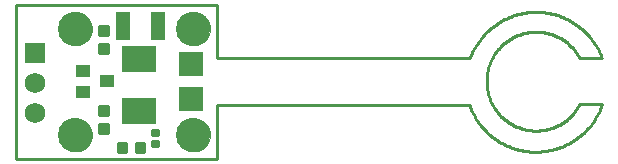
<source format=gts>
G75*
%MOIN*%
%OFA0B0*%
%FSLAX25Y25*%
%IPPOS*%
%LPD*%
%AMOC8*
5,1,8,0,0,1.08239X$1,22.5*
%
%ADD10C,0.01000*%
%ADD11C,0.00000*%
%ADD12C,0.11424*%
%ADD13C,0.01450*%
%ADD14R,0.04900X0.09400*%
%ADD15R,0.11199X0.08900*%
%ADD16R,0.04900X0.04400*%
%ADD17C,0.00975*%
%ADD18R,0.08274X0.08274*%
%ADD19R,0.06900X0.06900*%
%ADD20C,0.06900*%
D10*
X0024642Y0084477D02*
X0024642Y0135658D01*
X0091571Y0135658D01*
X0091571Y0117942D01*
X0175823Y0117942D01*
X0175823Y0102194D02*
X0091571Y0102194D01*
X0091571Y0084477D01*
X0024642Y0084477D01*
X0175744Y0102233D02*
X0175944Y0101697D01*
X0176157Y0101167D01*
X0176383Y0100642D01*
X0176622Y0100123D01*
X0176874Y0099610D01*
X0177138Y0099103D01*
X0177414Y0098603D01*
X0177703Y0098109D01*
X0178003Y0097623D01*
X0178315Y0097144D01*
X0178639Y0096673D01*
X0178974Y0096210D01*
X0179321Y0095756D01*
X0179678Y0095310D01*
X0180046Y0094872D01*
X0180425Y0094444D01*
X0180814Y0094026D01*
X0181213Y0093617D01*
X0181622Y0093217D01*
X0182041Y0092828D01*
X0182469Y0092450D01*
X0182906Y0092081D01*
X0183352Y0091724D01*
X0183807Y0091378D01*
X0184270Y0091042D01*
X0184741Y0090719D01*
X0185219Y0090406D01*
X0185705Y0090106D01*
X0186199Y0089817D01*
X0186699Y0089541D01*
X0187206Y0089277D01*
X0187719Y0089025D01*
X0188238Y0088786D01*
X0188763Y0088560D01*
X0189294Y0088347D01*
X0189829Y0088146D01*
X0190369Y0087959D01*
X0190913Y0087785D01*
X0191462Y0087624D01*
X0192014Y0087477D01*
X0192570Y0087343D01*
X0193128Y0087223D01*
X0193690Y0087117D01*
X0194254Y0087024D01*
X0194820Y0086945D01*
X0195388Y0086880D01*
X0195957Y0086829D01*
X0196527Y0086792D01*
X0197099Y0086769D01*
X0197670Y0086759D01*
X0198242Y0086764D01*
X0198813Y0086782D01*
X0199383Y0086815D01*
X0199953Y0086861D01*
X0200521Y0086921D01*
X0201088Y0086996D01*
X0201653Y0087084D01*
X0202215Y0087185D01*
X0202775Y0087301D01*
X0203332Y0087430D01*
X0203885Y0087572D01*
X0204435Y0087728D01*
X0204981Y0087898D01*
X0205523Y0088081D01*
X0206059Y0088276D01*
X0206591Y0088485D01*
X0207118Y0088707D01*
X0207639Y0088942D01*
X0208155Y0089189D01*
X0208664Y0089449D01*
X0209166Y0089721D01*
X0209662Y0090006D01*
X0210151Y0090302D01*
X0210632Y0090610D01*
X0211106Y0090930D01*
X0211572Y0091261D01*
X0212029Y0091604D01*
X0212478Y0091958D01*
X0212918Y0092322D01*
X0213349Y0092697D01*
X0213771Y0093083D01*
X0214184Y0093479D01*
X0214586Y0093884D01*
X0214979Y0094300D01*
X0215361Y0094725D01*
X0215733Y0095159D01*
X0216094Y0095602D01*
X0216444Y0096053D01*
X0216783Y0096514D01*
X0217111Y0096982D01*
X0217427Y0097458D01*
X0217732Y0097942D01*
X0218024Y0098433D01*
X0218305Y0098931D01*
X0218573Y0099435D01*
X0218829Y0099946D01*
X0219072Y0100464D01*
X0219303Y0100987D01*
X0219520Y0101515D01*
X0219725Y0102049D01*
X0219917Y0102587D01*
X0219839Y0102587D02*
X0212437Y0102548D01*
X0219917Y0117942D02*
X0219714Y0118477D01*
X0219497Y0119008D01*
X0219268Y0119532D01*
X0219026Y0120052D01*
X0218771Y0120565D01*
X0218504Y0121071D01*
X0218225Y0121571D01*
X0217933Y0122065D01*
X0217630Y0122550D01*
X0217315Y0123029D01*
X0216988Y0123499D01*
X0216650Y0123961D01*
X0216300Y0124415D01*
X0215940Y0124861D01*
X0215569Y0125297D01*
X0215187Y0125724D01*
X0214796Y0126142D01*
X0214394Y0126550D01*
X0213982Y0126948D01*
X0213560Y0127336D01*
X0213130Y0127714D01*
X0212690Y0128081D01*
X0212241Y0128437D01*
X0211784Y0128782D01*
X0211319Y0129116D01*
X0210845Y0129438D01*
X0210364Y0129749D01*
X0209875Y0130047D01*
X0209380Y0130334D01*
X0208877Y0130609D01*
X0208368Y0130871D01*
X0207852Y0131121D01*
X0207331Y0131358D01*
X0206804Y0131583D01*
X0206272Y0131794D01*
X0205734Y0131993D01*
X0205192Y0132178D01*
X0204646Y0132350D01*
X0204095Y0132509D01*
X0203541Y0132654D01*
X0202984Y0132785D01*
X0202423Y0132903D01*
X0201860Y0133007D01*
X0201295Y0133098D01*
X0200727Y0133175D01*
X0200158Y0133237D01*
X0199587Y0133286D01*
X0199015Y0133321D01*
X0198443Y0133342D01*
X0197870Y0133349D01*
X0197297Y0133342D01*
X0196725Y0133321D01*
X0196153Y0133286D01*
X0195582Y0133237D01*
X0195013Y0133175D01*
X0194445Y0133098D01*
X0193880Y0133007D01*
X0193317Y0132903D01*
X0192756Y0132785D01*
X0192199Y0132654D01*
X0191645Y0132509D01*
X0191094Y0132350D01*
X0190548Y0132178D01*
X0190006Y0131993D01*
X0189468Y0131794D01*
X0188936Y0131583D01*
X0188409Y0131358D01*
X0187888Y0131121D01*
X0187372Y0130871D01*
X0186863Y0130609D01*
X0186360Y0130334D01*
X0185865Y0130047D01*
X0185376Y0129749D01*
X0184895Y0129438D01*
X0184421Y0129116D01*
X0183956Y0128782D01*
X0183499Y0128437D01*
X0183050Y0128081D01*
X0182610Y0127714D01*
X0182180Y0127336D01*
X0181758Y0126948D01*
X0181346Y0126550D01*
X0180944Y0126142D01*
X0180553Y0125724D01*
X0180171Y0125297D01*
X0179800Y0124861D01*
X0179440Y0124415D01*
X0179090Y0123961D01*
X0178752Y0123499D01*
X0178425Y0123029D01*
X0178110Y0122550D01*
X0177807Y0122065D01*
X0177515Y0121571D01*
X0177236Y0121071D01*
X0176969Y0120565D01*
X0176714Y0120052D01*
X0176472Y0119532D01*
X0176243Y0119008D01*
X0176026Y0118477D01*
X0175823Y0117942D01*
X0212437Y0117942D02*
X0212244Y0118296D01*
X0212044Y0118646D01*
X0211834Y0118990D01*
X0211616Y0119330D01*
X0211390Y0119663D01*
X0211156Y0119992D01*
X0210914Y0120314D01*
X0210664Y0120630D01*
X0210406Y0120940D01*
X0210141Y0121244D01*
X0209869Y0121541D01*
X0209589Y0121832D01*
X0209303Y0122115D01*
X0209009Y0122391D01*
X0208709Y0122661D01*
X0208402Y0122922D01*
X0208089Y0123176D01*
X0207770Y0123423D01*
X0207445Y0123661D01*
X0207114Y0123891D01*
X0206778Y0124114D01*
X0206436Y0124328D01*
X0206089Y0124533D01*
X0205737Y0124730D01*
X0205381Y0124918D01*
X0205020Y0125098D01*
X0204655Y0125268D01*
X0204285Y0125430D01*
X0203912Y0125582D01*
X0203535Y0125726D01*
X0203155Y0125860D01*
X0202772Y0125985D01*
X0202385Y0126100D01*
X0201996Y0126206D01*
X0201605Y0126302D01*
X0201211Y0126388D01*
X0200815Y0126465D01*
X0200418Y0126533D01*
X0200019Y0126590D01*
X0199618Y0126638D01*
X0199217Y0126676D01*
X0198815Y0126704D01*
X0198412Y0126722D01*
X0198009Y0126730D01*
X0197606Y0126729D01*
X0197203Y0126717D01*
X0196800Y0126696D01*
X0196398Y0126665D01*
X0195997Y0126624D01*
X0195597Y0126573D01*
X0195199Y0126513D01*
X0194802Y0126443D01*
X0194407Y0126363D01*
X0194014Y0126273D01*
X0193623Y0126174D01*
X0193235Y0126065D01*
X0192849Y0125947D01*
X0192467Y0125819D01*
X0192088Y0125682D01*
X0191712Y0125536D01*
X0191340Y0125381D01*
X0190972Y0125216D01*
X0190608Y0125043D01*
X0190248Y0124861D01*
X0189893Y0124670D01*
X0189543Y0124470D01*
X0189198Y0124262D01*
X0188858Y0124046D01*
X0188523Y0123821D01*
X0188194Y0123588D01*
X0187871Y0123347D01*
X0187553Y0123098D01*
X0187242Y0122842D01*
X0186937Y0122578D01*
X0186639Y0122307D01*
X0186348Y0122028D01*
X0186063Y0121742D01*
X0185786Y0121450D01*
X0185516Y0121151D01*
X0185253Y0120845D01*
X0184998Y0120533D01*
X0184750Y0120215D01*
X0184510Y0119891D01*
X0184279Y0119561D01*
X0184055Y0119225D01*
X0183840Y0118884D01*
X0183633Y0118538D01*
X0183435Y0118187D01*
X0183245Y0117831D01*
X0183065Y0117471D01*
X0182893Y0117106D01*
X0182730Y0116738D01*
X0182576Y0116365D01*
X0182431Y0115989D01*
X0182295Y0115609D01*
X0182169Y0115226D01*
X0182052Y0114840D01*
X0181945Y0114452D01*
X0181847Y0114061D01*
X0181759Y0113667D01*
X0181681Y0113272D01*
X0181612Y0112874D01*
X0181553Y0112476D01*
X0181504Y0112076D01*
X0181464Y0111674D01*
X0181435Y0111272D01*
X0181415Y0110870D01*
X0181405Y0110467D01*
X0181405Y0110063D01*
X0181415Y0109660D01*
X0181435Y0109258D01*
X0181464Y0108856D01*
X0181504Y0108454D01*
X0181553Y0108054D01*
X0181612Y0107656D01*
X0181681Y0107258D01*
X0181759Y0106863D01*
X0181847Y0106469D01*
X0181945Y0106078D01*
X0182052Y0105690D01*
X0182169Y0105304D01*
X0182295Y0104921D01*
X0182431Y0104541D01*
X0182576Y0104165D01*
X0182730Y0103792D01*
X0182893Y0103424D01*
X0183065Y0103059D01*
X0183245Y0102699D01*
X0183435Y0102343D01*
X0183633Y0101992D01*
X0183840Y0101646D01*
X0184055Y0101305D01*
X0184279Y0100969D01*
X0184510Y0100639D01*
X0184750Y0100315D01*
X0184998Y0099997D01*
X0185253Y0099685D01*
X0185516Y0099379D01*
X0185786Y0099080D01*
X0186063Y0098788D01*
X0186348Y0098502D01*
X0186639Y0098223D01*
X0186937Y0097952D01*
X0187242Y0097688D01*
X0187553Y0097432D01*
X0187871Y0097183D01*
X0188194Y0096942D01*
X0188523Y0096709D01*
X0188858Y0096484D01*
X0189198Y0096268D01*
X0189543Y0096060D01*
X0189893Y0095860D01*
X0190248Y0095669D01*
X0190608Y0095487D01*
X0190972Y0095314D01*
X0191340Y0095149D01*
X0191712Y0094994D01*
X0192088Y0094848D01*
X0192467Y0094711D01*
X0192849Y0094583D01*
X0193235Y0094465D01*
X0193623Y0094356D01*
X0194014Y0094257D01*
X0194407Y0094167D01*
X0194802Y0094087D01*
X0195199Y0094017D01*
X0195597Y0093957D01*
X0195997Y0093906D01*
X0196398Y0093865D01*
X0196800Y0093834D01*
X0197203Y0093813D01*
X0197606Y0093801D01*
X0198009Y0093800D01*
X0198412Y0093808D01*
X0198815Y0093826D01*
X0199217Y0093854D01*
X0199618Y0093892D01*
X0200019Y0093940D01*
X0200418Y0093997D01*
X0200815Y0094065D01*
X0201211Y0094142D01*
X0201605Y0094228D01*
X0201996Y0094324D01*
X0202385Y0094430D01*
X0202772Y0094545D01*
X0203155Y0094670D01*
X0203535Y0094804D01*
X0203912Y0094948D01*
X0204285Y0095100D01*
X0204655Y0095262D01*
X0205020Y0095432D01*
X0205381Y0095612D01*
X0205737Y0095800D01*
X0206089Y0095997D01*
X0206436Y0096202D01*
X0206778Y0096416D01*
X0207114Y0096639D01*
X0207445Y0096869D01*
X0207770Y0097107D01*
X0208089Y0097354D01*
X0208402Y0097608D01*
X0208709Y0097869D01*
X0209009Y0098139D01*
X0209303Y0098415D01*
X0209589Y0098698D01*
X0209869Y0098989D01*
X0210141Y0099286D01*
X0210406Y0099590D01*
X0210664Y0099900D01*
X0210914Y0100216D01*
X0211156Y0100538D01*
X0211390Y0100867D01*
X0211616Y0101200D01*
X0211834Y0101540D01*
X0212044Y0101884D01*
X0212244Y0102234D01*
X0212437Y0102588D01*
X0212437Y0117942D02*
X0219917Y0117942D01*
D11*
X0078185Y0127784D02*
X0078187Y0127932D01*
X0078193Y0128080D01*
X0078203Y0128228D01*
X0078217Y0128375D01*
X0078235Y0128522D01*
X0078256Y0128668D01*
X0078282Y0128814D01*
X0078312Y0128959D01*
X0078345Y0129103D01*
X0078383Y0129246D01*
X0078424Y0129388D01*
X0078469Y0129529D01*
X0078517Y0129669D01*
X0078570Y0129808D01*
X0078626Y0129945D01*
X0078686Y0130080D01*
X0078749Y0130214D01*
X0078816Y0130346D01*
X0078887Y0130476D01*
X0078961Y0130604D01*
X0079038Y0130730D01*
X0079119Y0130854D01*
X0079203Y0130976D01*
X0079290Y0131095D01*
X0079381Y0131212D01*
X0079475Y0131327D01*
X0079571Y0131439D01*
X0079671Y0131549D01*
X0079773Y0131655D01*
X0079879Y0131759D01*
X0079987Y0131860D01*
X0080098Y0131958D01*
X0080211Y0132054D01*
X0080327Y0132146D01*
X0080445Y0132235D01*
X0080566Y0132320D01*
X0080689Y0132403D01*
X0080814Y0132482D01*
X0080941Y0132558D01*
X0081070Y0132630D01*
X0081201Y0132699D01*
X0081334Y0132764D01*
X0081469Y0132825D01*
X0081605Y0132883D01*
X0081742Y0132938D01*
X0081881Y0132988D01*
X0082022Y0133035D01*
X0082163Y0133078D01*
X0082306Y0133118D01*
X0082450Y0133153D01*
X0082594Y0133185D01*
X0082740Y0133212D01*
X0082886Y0133236D01*
X0083033Y0133256D01*
X0083180Y0133272D01*
X0083327Y0133284D01*
X0083475Y0133292D01*
X0083623Y0133296D01*
X0083771Y0133296D01*
X0083919Y0133292D01*
X0084067Y0133284D01*
X0084214Y0133272D01*
X0084361Y0133256D01*
X0084508Y0133236D01*
X0084654Y0133212D01*
X0084800Y0133185D01*
X0084944Y0133153D01*
X0085088Y0133118D01*
X0085231Y0133078D01*
X0085372Y0133035D01*
X0085513Y0132988D01*
X0085652Y0132938D01*
X0085789Y0132883D01*
X0085925Y0132825D01*
X0086060Y0132764D01*
X0086193Y0132699D01*
X0086324Y0132630D01*
X0086453Y0132558D01*
X0086580Y0132482D01*
X0086705Y0132403D01*
X0086828Y0132320D01*
X0086949Y0132235D01*
X0087067Y0132146D01*
X0087183Y0132054D01*
X0087296Y0131958D01*
X0087407Y0131860D01*
X0087515Y0131759D01*
X0087621Y0131655D01*
X0087723Y0131549D01*
X0087823Y0131439D01*
X0087919Y0131327D01*
X0088013Y0131212D01*
X0088104Y0131095D01*
X0088191Y0130976D01*
X0088275Y0130854D01*
X0088356Y0130730D01*
X0088433Y0130604D01*
X0088507Y0130476D01*
X0088578Y0130346D01*
X0088645Y0130214D01*
X0088708Y0130080D01*
X0088768Y0129945D01*
X0088824Y0129808D01*
X0088877Y0129669D01*
X0088925Y0129529D01*
X0088970Y0129388D01*
X0089011Y0129246D01*
X0089049Y0129103D01*
X0089082Y0128959D01*
X0089112Y0128814D01*
X0089138Y0128668D01*
X0089159Y0128522D01*
X0089177Y0128375D01*
X0089191Y0128228D01*
X0089201Y0128080D01*
X0089207Y0127932D01*
X0089209Y0127784D01*
X0089207Y0127636D01*
X0089201Y0127488D01*
X0089191Y0127340D01*
X0089177Y0127193D01*
X0089159Y0127046D01*
X0089138Y0126900D01*
X0089112Y0126754D01*
X0089082Y0126609D01*
X0089049Y0126465D01*
X0089011Y0126322D01*
X0088970Y0126180D01*
X0088925Y0126039D01*
X0088877Y0125899D01*
X0088824Y0125760D01*
X0088768Y0125623D01*
X0088708Y0125488D01*
X0088645Y0125354D01*
X0088578Y0125222D01*
X0088507Y0125092D01*
X0088433Y0124964D01*
X0088356Y0124838D01*
X0088275Y0124714D01*
X0088191Y0124592D01*
X0088104Y0124473D01*
X0088013Y0124356D01*
X0087919Y0124241D01*
X0087823Y0124129D01*
X0087723Y0124019D01*
X0087621Y0123913D01*
X0087515Y0123809D01*
X0087407Y0123708D01*
X0087296Y0123610D01*
X0087183Y0123514D01*
X0087067Y0123422D01*
X0086949Y0123333D01*
X0086828Y0123248D01*
X0086705Y0123165D01*
X0086580Y0123086D01*
X0086453Y0123010D01*
X0086324Y0122938D01*
X0086193Y0122869D01*
X0086060Y0122804D01*
X0085925Y0122743D01*
X0085789Y0122685D01*
X0085652Y0122630D01*
X0085513Y0122580D01*
X0085372Y0122533D01*
X0085231Y0122490D01*
X0085088Y0122450D01*
X0084944Y0122415D01*
X0084800Y0122383D01*
X0084654Y0122356D01*
X0084508Y0122332D01*
X0084361Y0122312D01*
X0084214Y0122296D01*
X0084067Y0122284D01*
X0083919Y0122276D01*
X0083771Y0122272D01*
X0083623Y0122272D01*
X0083475Y0122276D01*
X0083327Y0122284D01*
X0083180Y0122296D01*
X0083033Y0122312D01*
X0082886Y0122332D01*
X0082740Y0122356D01*
X0082594Y0122383D01*
X0082450Y0122415D01*
X0082306Y0122450D01*
X0082163Y0122490D01*
X0082022Y0122533D01*
X0081881Y0122580D01*
X0081742Y0122630D01*
X0081605Y0122685D01*
X0081469Y0122743D01*
X0081334Y0122804D01*
X0081201Y0122869D01*
X0081070Y0122938D01*
X0080941Y0123010D01*
X0080814Y0123086D01*
X0080689Y0123165D01*
X0080566Y0123248D01*
X0080445Y0123333D01*
X0080327Y0123422D01*
X0080211Y0123514D01*
X0080098Y0123610D01*
X0079987Y0123708D01*
X0079879Y0123809D01*
X0079773Y0123913D01*
X0079671Y0124019D01*
X0079571Y0124129D01*
X0079475Y0124241D01*
X0079381Y0124356D01*
X0079290Y0124473D01*
X0079203Y0124592D01*
X0079119Y0124714D01*
X0079038Y0124838D01*
X0078961Y0124964D01*
X0078887Y0125092D01*
X0078816Y0125222D01*
X0078749Y0125354D01*
X0078686Y0125488D01*
X0078626Y0125623D01*
X0078570Y0125760D01*
X0078517Y0125899D01*
X0078469Y0126039D01*
X0078424Y0126180D01*
X0078383Y0126322D01*
X0078345Y0126465D01*
X0078312Y0126609D01*
X0078282Y0126754D01*
X0078256Y0126900D01*
X0078235Y0127046D01*
X0078217Y0127193D01*
X0078203Y0127340D01*
X0078193Y0127488D01*
X0078187Y0127636D01*
X0078185Y0127784D01*
X0038815Y0127784D02*
X0038817Y0127932D01*
X0038823Y0128080D01*
X0038833Y0128228D01*
X0038847Y0128375D01*
X0038865Y0128522D01*
X0038886Y0128668D01*
X0038912Y0128814D01*
X0038942Y0128959D01*
X0038975Y0129103D01*
X0039013Y0129246D01*
X0039054Y0129388D01*
X0039099Y0129529D01*
X0039147Y0129669D01*
X0039200Y0129808D01*
X0039256Y0129945D01*
X0039316Y0130080D01*
X0039379Y0130214D01*
X0039446Y0130346D01*
X0039517Y0130476D01*
X0039591Y0130604D01*
X0039668Y0130730D01*
X0039749Y0130854D01*
X0039833Y0130976D01*
X0039920Y0131095D01*
X0040011Y0131212D01*
X0040105Y0131327D01*
X0040201Y0131439D01*
X0040301Y0131549D01*
X0040403Y0131655D01*
X0040509Y0131759D01*
X0040617Y0131860D01*
X0040728Y0131958D01*
X0040841Y0132054D01*
X0040957Y0132146D01*
X0041075Y0132235D01*
X0041196Y0132320D01*
X0041319Y0132403D01*
X0041444Y0132482D01*
X0041571Y0132558D01*
X0041700Y0132630D01*
X0041831Y0132699D01*
X0041964Y0132764D01*
X0042099Y0132825D01*
X0042235Y0132883D01*
X0042372Y0132938D01*
X0042511Y0132988D01*
X0042652Y0133035D01*
X0042793Y0133078D01*
X0042936Y0133118D01*
X0043080Y0133153D01*
X0043224Y0133185D01*
X0043370Y0133212D01*
X0043516Y0133236D01*
X0043663Y0133256D01*
X0043810Y0133272D01*
X0043957Y0133284D01*
X0044105Y0133292D01*
X0044253Y0133296D01*
X0044401Y0133296D01*
X0044549Y0133292D01*
X0044697Y0133284D01*
X0044844Y0133272D01*
X0044991Y0133256D01*
X0045138Y0133236D01*
X0045284Y0133212D01*
X0045430Y0133185D01*
X0045574Y0133153D01*
X0045718Y0133118D01*
X0045861Y0133078D01*
X0046002Y0133035D01*
X0046143Y0132988D01*
X0046282Y0132938D01*
X0046419Y0132883D01*
X0046555Y0132825D01*
X0046690Y0132764D01*
X0046823Y0132699D01*
X0046954Y0132630D01*
X0047083Y0132558D01*
X0047210Y0132482D01*
X0047335Y0132403D01*
X0047458Y0132320D01*
X0047579Y0132235D01*
X0047697Y0132146D01*
X0047813Y0132054D01*
X0047926Y0131958D01*
X0048037Y0131860D01*
X0048145Y0131759D01*
X0048251Y0131655D01*
X0048353Y0131549D01*
X0048453Y0131439D01*
X0048549Y0131327D01*
X0048643Y0131212D01*
X0048734Y0131095D01*
X0048821Y0130976D01*
X0048905Y0130854D01*
X0048986Y0130730D01*
X0049063Y0130604D01*
X0049137Y0130476D01*
X0049208Y0130346D01*
X0049275Y0130214D01*
X0049338Y0130080D01*
X0049398Y0129945D01*
X0049454Y0129808D01*
X0049507Y0129669D01*
X0049555Y0129529D01*
X0049600Y0129388D01*
X0049641Y0129246D01*
X0049679Y0129103D01*
X0049712Y0128959D01*
X0049742Y0128814D01*
X0049768Y0128668D01*
X0049789Y0128522D01*
X0049807Y0128375D01*
X0049821Y0128228D01*
X0049831Y0128080D01*
X0049837Y0127932D01*
X0049839Y0127784D01*
X0049837Y0127636D01*
X0049831Y0127488D01*
X0049821Y0127340D01*
X0049807Y0127193D01*
X0049789Y0127046D01*
X0049768Y0126900D01*
X0049742Y0126754D01*
X0049712Y0126609D01*
X0049679Y0126465D01*
X0049641Y0126322D01*
X0049600Y0126180D01*
X0049555Y0126039D01*
X0049507Y0125899D01*
X0049454Y0125760D01*
X0049398Y0125623D01*
X0049338Y0125488D01*
X0049275Y0125354D01*
X0049208Y0125222D01*
X0049137Y0125092D01*
X0049063Y0124964D01*
X0048986Y0124838D01*
X0048905Y0124714D01*
X0048821Y0124592D01*
X0048734Y0124473D01*
X0048643Y0124356D01*
X0048549Y0124241D01*
X0048453Y0124129D01*
X0048353Y0124019D01*
X0048251Y0123913D01*
X0048145Y0123809D01*
X0048037Y0123708D01*
X0047926Y0123610D01*
X0047813Y0123514D01*
X0047697Y0123422D01*
X0047579Y0123333D01*
X0047458Y0123248D01*
X0047335Y0123165D01*
X0047210Y0123086D01*
X0047083Y0123010D01*
X0046954Y0122938D01*
X0046823Y0122869D01*
X0046690Y0122804D01*
X0046555Y0122743D01*
X0046419Y0122685D01*
X0046282Y0122630D01*
X0046143Y0122580D01*
X0046002Y0122533D01*
X0045861Y0122490D01*
X0045718Y0122450D01*
X0045574Y0122415D01*
X0045430Y0122383D01*
X0045284Y0122356D01*
X0045138Y0122332D01*
X0044991Y0122312D01*
X0044844Y0122296D01*
X0044697Y0122284D01*
X0044549Y0122276D01*
X0044401Y0122272D01*
X0044253Y0122272D01*
X0044105Y0122276D01*
X0043957Y0122284D01*
X0043810Y0122296D01*
X0043663Y0122312D01*
X0043516Y0122332D01*
X0043370Y0122356D01*
X0043224Y0122383D01*
X0043080Y0122415D01*
X0042936Y0122450D01*
X0042793Y0122490D01*
X0042652Y0122533D01*
X0042511Y0122580D01*
X0042372Y0122630D01*
X0042235Y0122685D01*
X0042099Y0122743D01*
X0041964Y0122804D01*
X0041831Y0122869D01*
X0041700Y0122938D01*
X0041571Y0123010D01*
X0041444Y0123086D01*
X0041319Y0123165D01*
X0041196Y0123248D01*
X0041075Y0123333D01*
X0040957Y0123422D01*
X0040841Y0123514D01*
X0040728Y0123610D01*
X0040617Y0123708D01*
X0040509Y0123809D01*
X0040403Y0123913D01*
X0040301Y0124019D01*
X0040201Y0124129D01*
X0040105Y0124241D01*
X0040011Y0124356D01*
X0039920Y0124473D01*
X0039833Y0124592D01*
X0039749Y0124714D01*
X0039668Y0124838D01*
X0039591Y0124964D01*
X0039517Y0125092D01*
X0039446Y0125222D01*
X0039379Y0125354D01*
X0039316Y0125488D01*
X0039256Y0125623D01*
X0039200Y0125760D01*
X0039147Y0125899D01*
X0039099Y0126039D01*
X0039054Y0126180D01*
X0039013Y0126322D01*
X0038975Y0126465D01*
X0038942Y0126609D01*
X0038912Y0126754D01*
X0038886Y0126900D01*
X0038865Y0127046D01*
X0038847Y0127193D01*
X0038833Y0127340D01*
X0038823Y0127488D01*
X0038817Y0127636D01*
X0038815Y0127784D01*
X0038815Y0092351D02*
X0038817Y0092499D01*
X0038823Y0092647D01*
X0038833Y0092795D01*
X0038847Y0092942D01*
X0038865Y0093089D01*
X0038886Y0093235D01*
X0038912Y0093381D01*
X0038942Y0093526D01*
X0038975Y0093670D01*
X0039013Y0093813D01*
X0039054Y0093955D01*
X0039099Y0094096D01*
X0039147Y0094236D01*
X0039200Y0094375D01*
X0039256Y0094512D01*
X0039316Y0094647D01*
X0039379Y0094781D01*
X0039446Y0094913D01*
X0039517Y0095043D01*
X0039591Y0095171D01*
X0039668Y0095297D01*
X0039749Y0095421D01*
X0039833Y0095543D01*
X0039920Y0095662D01*
X0040011Y0095779D01*
X0040105Y0095894D01*
X0040201Y0096006D01*
X0040301Y0096116D01*
X0040403Y0096222D01*
X0040509Y0096326D01*
X0040617Y0096427D01*
X0040728Y0096525D01*
X0040841Y0096621D01*
X0040957Y0096713D01*
X0041075Y0096802D01*
X0041196Y0096887D01*
X0041319Y0096970D01*
X0041444Y0097049D01*
X0041571Y0097125D01*
X0041700Y0097197D01*
X0041831Y0097266D01*
X0041964Y0097331D01*
X0042099Y0097392D01*
X0042235Y0097450D01*
X0042372Y0097505D01*
X0042511Y0097555D01*
X0042652Y0097602D01*
X0042793Y0097645D01*
X0042936Y0097685D01*
X0043080Y0097720D01*
X0043224Y0097752D01*
X0043370Y0097779D01*
X0043516Y0097803D01*
X0043663Y0097823D01*
X0043810Y0097839D01*
X0043957Y0097851D01*
X0044105Y0097859D01*
X0044253Y0097863D01*
X0044401Y0097863D01*
X0044549Y0097859D01*
X0044697Y0097851D01*
X0044844Y0097839D01*
X0044991Y0097823D01*
X0045138Y0097803D01*
X0045284Y0097779D01*
X0045430Y0097752D01*
X0045574Y0097720D01*
X0045718Y0097685D01*
X0045861Y0097645D01*
X0046002Y0097602D01*
X0046143Y0097555D01*
X0046282Y0097505D01*
X0046419Y0097450D01*
X0046555Y0097392D01*
X0046690Y0097331D01*
X0046823Y0097266D01*
X0046954Y0097197D01*
X0047083Y0097125D01*
X0047210Y0097049D01*
X0047335Y0096970D01*
X0047458Y0096887D01*
X0047579Y0096802D01*
X0047697Y0096713D01*
X0047813Y0096621D01*
X0047926Y0096525D01*
X0048037Y0096427D01*
X0048145Y0096326D01*
X0048251Y0096222D01*
X0048353Y0096116D01*
X0048453Y0096006D01*
X0048549Y0095894D01*
X0048643Y0095779D01*
X0048734Y0095662D01*
X0048821Y0095543D01*
X0048905Y0095421D01*
X0048986Y0095297D01*
X0049063Y0095171D01*
X0049137Y0095043D01*
X0049208Y0094913D01*
X0049275Y0094781D01*
X0049338Y0094647D01*
X0049398Y0094512D01*
X0049454Y0094375D01*
X0049507Y0094236D01*
X0049555Y0094096D01*
X0049600Y0093955D01*
X0049641Y0093813D01*
X0049679Y0093670D01*
X0049712Y0093526D01*
X0049742Y0093381D01*
X0049768Y0093235D01*
X0049789Y0093089D01*
X0049807Y0092942D01*
X0049821Y0092795D01*
X0049831Y0092647D01*
X0049837Y0092499D01*
X0049839Y0092351D01*
X0049837Y0092203D01*
X0049831Y0092055D01*
X0049821Y0091907D01*
X0049807Y0091760D01*
X0049789Y0091613D01*
X0049768Y0091467D01*
X0049742Y0091321D01*
X0049712Y0091176D01*
X0049679Y0091032D01*
X0049641Y0090889D01*
X0049600Y0090747D01*
X0049555Y0090606D01*
X0049507Y0090466D01*
X0049454Y0090327D01*
X0049398Y0090190D01*
X0049338Y0090055D01*
X0049275Y0089921D01*
X0049208Y0089789D01*
X0049137Y0089659D01*
X0049063Y0089531D01*
X0048986Y0089405D01*
X0048905Y0089281D01*
X0048821Y0089159D01*
X0048734Y0089040D01*
X0048643Y0088923D01*
X0048549Y0088808D01*
X0048453Y0088696D01*
X0048353Y0088586D01*
X0048251Y0088480D01*
X0048145Y0088376D01*
X0048037Y0088275D01*
X0047926Y0088177D01*
X0047813Y0088081D01*
X0047697Y0087989D01*
X0047579Y0087900D01*
X0047458Y0087815D01*
X0047335Y0087732D01*
X0047210Y0087653D01*
X0047083Y0087577D01*
X0046954Y0087505D01*
X0046823Y0087436D01*
X0046690Y0087371D01*
X0046555Y0087310D01*
X0046419Y0087252D01*
X0046282Y0087197D01*
X0046143Y0087147D01*
X0046002Y0087100D01*
X0045861Y0087057D01*
X0045718Y0087017D01*
X0045574Y0086982D01*
X0045430Y0086950D01*
X0045284Y0086923D01*
X0045138Y0086899D01*
X0044991Y0086879D01*
X0044844Y0086863D01*
X0044697Y0086851D01*
X0044549Y0086843D01*
X0044401Y0086839D01*
X0044253Y0086839D01*
X0044105Y0086843D01*
X0043957Y0086851D01*
X0043810Y0086863D01*
X0043663Y0086879D01*
X0043516Y0086899D01*
X0043370Y0086923D01*
X0043224Y0086950D01*
X0043080Y0086982D01*
X0042936Y0087017D01*
X0042793Y0087057D01*
X0042652Y0087100D01*
X0042511Y0087147D01*
X0042372Y0087197D01*
X0042235Y0087252D01*
X0042099Y0087310D01*
X0041964Y0087371D01*
X0041831Y0087436D01*
X0041700Y0087505D01*
X0041571Y0087577D01*
X0041444Y0087653D01*
X0041319Y0087732D01*
X0041196Y0087815D01*
X0041075Y0087900D01*
X0040957Y0087989D01*
X0040841Y0088081D01*
X0040728Y0088177D01*
X0040617Y0088275D01*
X0040509Y0088376D01*
X0040403Y0088480D01*
X0040301Y0088586D01*
X0040201Y0088696D01*
X0040105Y0088808D01*
X0040011Y0088923D01*
X0039920Y0089040D01*
X0039833Y0089159D01*
X0039749Y0089281D01*
X0039668Y0089405D01*
X0039591Y0089531D01*
X0039517Y0089659D01*
X0039446Y0089789D01*
X0039379Y0089921D01*
X0039316Y0090055D01*
X0039256Y0090190D01*
X0039200Y0090327D01*
X0039147Y0090466D01*
X0039099Y0090606D01*
X0039054Y0090747D01*
X0039013Y0090889D01*
X0038975Y0091032D01*
X0038942Y0091176D01*
X0038912Y0091321D01*
X0038886Y0091467D01*
X0038865Y0091613D01*
X0038847Y0091760D01*
X0038833Y0091907D01*
X0038823Y0092055D01*
X0038817Y0092203D01*
X0038815Y0092351D01*
X0078185Y0092351D02*
X0078187Y0092499D01*
X0078193Y0092647D01*
X0078203Y0092795D01*
X0078217Y0092942D01*
X0078235Y0093089D01*
X0078256Y0093235D01*
X0078282Y0093381D01*
X0078312Y0093526D01*
X0078345Y0093670D01*
X0078383Y0093813D01*
X0078424Y0093955D01*
X0078469Y0094096D01*
X0078517Y0094236D01*
X0078570Y0094375D01*
X0078626Y0094512D01*
X0078686Y0094647D01*
X0078749Y0094781D01*
X0078816Y0094913D01*
X0078887Y0095043D01*
X0078961Y0095171D01*
X0079038Y0095297D01*
X0079119Y0095421D01*
X0079203Y0095543D01*
X0079290Y0095662D01*
X0079381Y0095779D01*
X0079475Y0095894D01*
X0079571Y0096006D01*
X0079671Y0096116D01*
X0079773Y0096222D01*
X0079879Y0096326D01*
X0079987Y0096427D01*
X0080098Y0096525D01*
X0080211Y0096621D01*
X0080327Y0096713D01*
X0080445Y0096802D01*
X0080566Y0096887D01*
X0080689Y0096970D01*
X0080814Y0097049D01*
X0080941Y0097125D01*
X0081070Y0097197D01*
X0081201Y0097266D01*
X0081334Y0097331D01*
X0081469Y0097392D01*
X0081605Y0097450D01*
X0081742Y0097505D01*
X0081881Y0097555D01*
X0082022Y0097602D01*
X0082163Y0097645D01*
X0082306Y0097685D01*
X0082450Y0097720D01*
X0082594Y0097752D01*
X0082740Y0097779D01*
X0082886Y0097803D01*
X0083033Y0097823D01*
X0083180Y0097839D01*
X0083327Y0097851D01*
X0083475Y0097859D01*
X0083623Y0097863D01*
X0083771Y0097863D01*
X0083919Y0097859D01*
X0084067Y0097851D01*
X0084214Y0097839D01*
X0084361Y0097823D01*
X0084508Y0097803D01*
X0084654Y0097779D01*
X0084800Y0097752D01*
X0084944Y0097720D01*
X0085088Y0097685D01*
X0085231Y0097645D01*
X0085372Y0097602D01*
X0085513Y0097555D01*
X0085652Y0097505D01*
X0085789Y0097450D01*
X0085925Y0097392D01*
X0086060Y0097331D01*
X0086193Y0097266D01*
X0086324Y0097197D01*
X0086453Y0097125D01*
X0086580Y0097049D01*
X0086705Y0096970D01*
X0086828Y0096887D01*
X0086949Y0096802D01*
X0087067Y0096713D01*
X0087183Y0096621D01*
X0087296Y0096525D01*
X0087407Y0096427D01*
X0087515Y0096326D01*
X0087621Y0096222D01*
X0087723Y0096116D01*
X0087823Y0096006D01*
X0087919Y0095894D01*
X0088013Y0095779D01*
X0088104Y0095662D01*
X0088191Y0095543D01*
X0088275Y0095421D01*
X0088356Y0095297D01*
X0088433Y0095171D01*
X0088507Y0095043D01*
X0088578Y0094913D01*
X0088645Y0094781D01*
X0088708Y0094647D01*
X0088768Y0094512D01*
X0088824Y0094375D01*
X0088877Y0094236D01*
X0088925Y0094096D01*
X0088970Y0093955D01*
X0089011Y0093813D01*
X0089049Y0093670D01*
X0089082Y0093526D01*
X0089112Y0093381D01*
X0089138Y0093235D01*
X0089159Y0093089D01*
X0089177Y0092942D01*
X0089191Y0092795D01*
X0089201Y0092647D01*
X0089207Y0092499D01*
X0089209Y0092351D01*
X0089207Y0092203D01*
X0089201Y0092055D01*
X0089191Y0091907D01*
X0089177Y0091760D01*
X0089159Y0091613D01*
X0089138Y0091467D01*
X0089112Y0091321D01*
X0089082Y0091176D01*
X0089049Y0091032D01*
X0089011Y0090889D01*
X0088970Y0090747D01*
X0088925Y0090606D01*
X0088877Y0090466D01*
X0088824Y0090327D01*
X0088768Y0090190D01*
X0088708Y0090055D01*
X0088645Y0089921D01*
X0088578Y0089789D01*
X0088507Y0089659D01*
X0088433Y0089531D01*
X0088356Y0089405D01*
X0088275Y0089281D01*
X0088191Y0089159D01*
X0088104Y0089040D01*
X0088013Y0088923D01*
X0087919Y0088808D01*
X0087823Y0088696D01*
X0087723Y0088586D01*
X0087621Y0088480D01*
X0087515Y0088376D01*
X0087407Y0088275D01*
X0087296Y0088177D01*
X0087183Y0088081D01*
X0087067Y0087989D01*
X0086949Y0087900D01*
X0086828Y0087815D01*
X0086705Y0087732D01*
X0086580Y0087653D01*
X0086453Y0087577D01*
X0086324Y0087505D01*
X0086193Y0087436D01*
X0086060Y0087371D01*
X0085925Y0087310D01*
X0085789Y0087252D01*
X0085652Y0087197D01*
X0085513Y0087147D01*
X0085372Y0087100D01*
X0085231Y0087057D01*
X0085088Y0087017D01*
X0084944Y0086982D01*
X0084800Y0086950D01*
X0084654Y0086923D01*
X0084508Y0086899D01*
X0084361Y0086879D01*
X0084214Y0086863D01*
X0084067Y0086851D01*
X0083919Y0086843D01*
X0083771Y0086839D01*
X0083623Y0086839D01*
X0083475Y0086843D01*
X0083327Y0086851D01*
X0083180Y0086863D01*
X0083033Y0086879D01*
X0082886Y0086899D01*
X0082740Y0086923D01*
X0082594Y0086950D01*
X0082450Y0086982D01*
X0082306Y0087017D01*
X0082163Y0087057D01*
X0082022Y0087100D01*
X0081881Y0087147D01*
X0081742Y0087197D01*
X0081605Y0087252D01*
X0081469Y0087310D01*
X0081334Y0087371D01*
X0081201Y0087436D01*
X0081070Y0087505D01*
X0080941Y0087577D01*
X0080814Y0087653D01*
X0080689Y0087732D01*
X0080566Y0087815D01*
X0080445Y0087900D01*
X0080327Y0087989D01*
X0080211Y0088081D01*
X0080098Y0088177D01*
X0079987Y0088275D01*
X0079879Y0088376D01*
X0079773Y0088480D01*
X0079671Y0088586D01*
X0079571Y0088696D01*
X0079475Y0088808D01*
X0079381Y0088923D01*
X0079290Y0089040D01*
X0079203Y0089159D01*
X0079119Y0089281D01*
X0079038Y0089405D01*
X0078961Y0089531D01*
X0078887Y0089659D01*
X0078816Y0089789D01*
X0078749Y0089921D01*
X0078686Y0090055D01*
X0078626Y0090190D01*
X0078570Y0090327D01*
X0078517Y0090466D01*
X0078469Y0090606D01*
X0078424Y0090747D01*
X0078383Y0090889D01*
X0078345Y0091032D01*
X0078312Y0091176D01*
X0078282Y0091321D01*
X0078256Y0091467D01*
X0078235Y0091613D01*
X0078217Y0091760D01*
X0078203Y0091907D01*
X0078193Y0092055D01*
X0078187Y0092203D01*
X0078185Y0092351D01*
D12*
X0083697Y0092351D03*
X0044327Y0092351D03*
X0044327Y0127784D03*
X0083697Y0127784D03*
D13*
X0070383Y0093655D02*
X0070383Y0092205D01*
X0070383Y0093655D02*
X0071833Y0093655D01*
X0071833Y0092205D01*
X0070383Y0092205D01*
X0070383Y0093654D02*
X0071833Y0093654D01*
X0070383Y0090155D02*
X0070383Y0088705D01*
X0070383Y0090155D02*
X0071833Y0090155D01*
X0071833Y0088705D01*
X0070383Y0088705D01*
X0070383Y0090154D02*
X0071833Y0090154D01*
D14*
X0071829Y0128591D03*
X0060329Y0128591D03*
D15*
X0065469Y0117696D03*
X0065469Y0100294D03*
D16*
X0054892Y0110304D03*
X0046892Y0113804D03*
X0046892Y0106804D03*
D17*
X0055248Y0101942D02*
X0055248Y0099016D01*
X0052322Y0099016D01*
X0052322Y0101942D01*
X0055248Y0101942D01*
X0055248Y0099990D02*
X0052322Y0099990D01*
X0052322Y0100964D02*
X0055248Y0100964D01*
X0055248Y0101938D02*
X0052322Y0101938D01*
X0055248Y0095942D02*
X0055248Y0093016D01*
X0052322Y0093016D01*
X0052322Y0095942D01*
X0055248Y0095942D01*
X0055248Y0093990D02*
X0052322Y0093990D01*
X0052322Y0094964D02*
X0055248Y0094964D01*
X0055248Y0095938D02*
X0052322Y0095938D01*
X0058446Y0086676D02*
X0061372Y0086676D01*
X0058446Y0086676D02*
X0058446Y0089602D01*
X0061372Y0089602D01*
X0061372Y0086676D01*
X0061372Y0087650D02*
X0058446Y0087650D01*
X0058446Y0088624D02*
X0061372Y0088624D01*
X0061372Y0089598D02*
X0058446Y0089598D01*
X0064446Y0086676D02*
X0067372Y0086676D01*
X0064446Y0086676D02*
X0064446Y0089602D01*
X0067372Y0089602D01*
X0067372Y0086676D01*
X0067372Y0087650D02*
X0064446Y0087650D01*
X0064446Y0088624D02*
X0067372Y0088624D01*
X0067372Y0089598D02*
X0064446Y0089598D01*
X0052145Y0119719D02*
X0052145Y0122645D01*
X0055071Y0122645D01*
X0055071Y0119719D01*
X0052145Y0119719D01*
X0052145Y0120693D02*
X0055071Y0120693D01*
X0055071Y0121667D02*
X0052145Y0121667D01*
X0052145Y0122641D02*
X0055071Y0122641D01*
X0052145Y0125719D02*
X0052145Y0128645D01*
X0055071Y0128645D01*
X0055071Y0125719D01*
X0052145Y0125719D01*
X0052145Y0126693D02*
X0055071Y0126693D01*
X0055071Y0127667D02*
X0052145Y0127667D01*
X0052145Y0128641D02*
X0055071Y0128641D01*
D18*
X0082850Y0116013D03*
X0082850Y0104202D03*
D19*
X0030892Y0119782D03*
D20*
X0030892Y0109782D03*
X0030892Y0099782D03*
M02*

</source>
